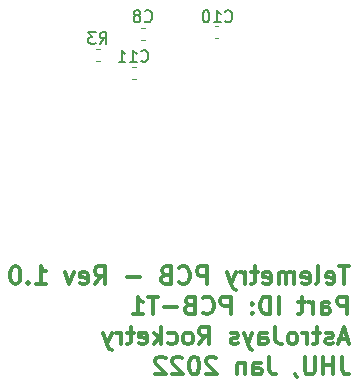
<source format=gbo>
G04 #@! TF.GenerationSoftware,KiCad,Pcbnew,(5.1.4)-1*
G04 #@! TF.CreationDate,2022-02-20T14:50:57-05:00*
G04 #@! TF.ProjectId,Telemetry PCB,54656c65-6d65-4747-9279-205043422e6b,rev?*
G04 #@! TF.SameCoordinates,Original*
G04 #@! TF.FileFunction,Legend,Bot*
G04 #@! TF.FilePolarity,Positive*
%FSLAX46Y46*%
G04 Gerber Fmt 4.6, Leading zero omitted, Abs format (unit mm)*
G04 Created by KiCad (PCBNEW (5.1.4)-1) date 2022-02-20 14:50:57*
%MOMM*%
%LPD*%
G04 APERTURE LIST*
%ADD10C,0.300000*%
%ADD11C,0.120000*%
%ADD12C,0.150000*%
%ADD13R,3.602000X1.602000*%
%ADD14C,0.100000*%
%ADD15C,0.977000*%
%ADD16O,2.102000X1.802000*%
%ADD17C,1.802000*%
%ADD18O,1.852000X1.302000*%
%ADD19C,1.302000*%
%ADD20O,1.302000X1.852000*%
%ADD21C,0.902000*%
%ADD22C,6.502000*%
G04 APERTURE END LIST*
D10*
X137752142Y-112063571D02*
X136895000Y-112063571D01*
X137323571Y-113563571D02*
X137323571Y-112063571D01*
X135823571Y-113492142D02*
X135966428Y-113563571D01*
X136252142Y-113563571D01*
X136395000Y-113492142D01*
X136466428Y-113349285D01*
X136466428Y-112777857D01*
X136395000Y-112635000D01*
X136252142Y-112563571D01*
X135966428Y-112563571D01*
X135823571Y-112635000D01*
X135752142Y-112777857D01*
X135752142Y-112920714D01*
X136466428Y-113063571D01*
X134895000Y-113563571D02*
X135037857Y-113492142D01*
X135109285Y-113349285D01*
X135109285Y-112063571D01*
X133752142Y-113492142D02*
X133895000Y-113563571D01*
X134180714Y-113563571D01*
X134323571Y-113492142D01*
X134395000Y-113349285D01*
X134395000Y-112777857D01*
X134323571Y-112635000D01*
X134180714Y-112563571D01*
X133895000Y-112563571D01*
X133752142Y-112635000D01*
X133680714Y-112777857D01*
X133680714Y-112920714D01*
X134395000Y-113063571D01*
X133037857Y-113563571D02*
X133037857Y-112563571D01*
X133037857Y-112706428D02*
X132966428Y-112635000D01*
X132823571Y-112563571D01*
X132609285Y-112563571D01*
X132466428Y-112635000D01*
X132395000Y-112777857D01*
X132395000Y-113563571D01*
X132395000Y-112777857D02*
X132323571Y-112635000D01*
X132180714Y-112563571D01*
X131966428Y-112563571D01*
X131823571Y-112635000D01*
X131752142Y-112777857D01*
X131752142Y-113563571D01*
X130466428Y-113492142D02*
X130609285Y-113563571D01*
X130895000Y-113563571D01*
X131037857Y-113492142D01*
X131109285Y-113349285D01*
X131109285Y-112777857D01*
X131037857Y-112635000D01*
X130895000Y-112563571D01*
X130609285Y-112563571D01*
X130466428Y-112635000D01*
X130395000Y-112777857D01*
X130395000Y-112920714D01*
X131109285Y-113063571D01*
X129966428Y-112563571D02*
X129395000Y-112563571D01*
X129752142Y-112063571D02*
X129752142Y-113349285D01*
X129680714Y-113492142D01*
X129537857Y-113563571D01*
X129395000Y-113563571D01*
X128895000Y-113563571D02*
X128895000Y-112563571D01*
X128895000Y-112849285D02*
X128823571Y-112706428D01*
X128752142Y-112635000D01*
X128609285Y-112563571D01*
X128466428Y-112563571D01*
X128109285Y-112563571D02*
X127752142Y-113563571D01*
X127395000Y-112563571D02*
X127752142Y-113563571D01*
X127895000Y-113920714D01*
X127966428Y-113992142D01*
X128109285Y-114063571D01*
X125680714Y-113563571D02*
X125680714Y-112063571D01*
X125109285Y-112063571D01*
X124966428Y-112135000D01*
X124895000Y-112206428D01*
X124823571Y-112349285D01*
X124823571Y-112563571D01*
X124895000Y-112706428D01*
X124966428Y-112777857D01*
X125109285Y-112849285D01*
X125680714Y-112849285D01*
X123323571Y-113420714D02*
X123395000Y-113492142D01*
X123609285Y-113563571D01*
X123752142Y-113563571D01*
X123966428Y-113492142D01*
X124109285Y-113349285D01*
X124180714Y-113206428D01*
X124252142Y-112920714D01*
X124252142Y-112706428D01*
X124180714Y-112420714D01*
X124109285Y-112277857D01*
X123966428Y-112135000D01*
X123752142Y-112063571D01*
X123609285Y-112063571D01*
X123395000Y-112135000D01*
X123323571Y-112206428D01*
X122180714Y-112777857D02*
X121966428Y-112849285D01*
X121895000Y-112920714D01*
X121823571Y-113063571D01*
X121823571Y-113277857D01*
X121895000Y-113420714D01*
X121966428Y-113492142D01*
X122109285Y-113563571D01*
X122680714Y-113563571D01*
X122680714Y-112063571D01*
X122180714Y-112063571D01*
X122037857Y-112135000D01*
X121966428Y-112206428D01*
X121895000Y-112349285D01*
X121895000Y-112492142D01*
X121966428Y-112635000D01*
X122037857Y-112706428D01*
X122180714Y-112777857D01*
X122680714Y-112777857D01*
X120037857Y-112992142D02*
X118895000Y-112992142D01*
X116180714Y-113563571D02*
X116680714Y-112849285D01*
X117037857Y-113563571D02*
X117037857Y-112063571D01*
X116466428Y-112063571D01*
X116323571Y-112135000D01*
X116252142Y-112206428D01*
X116180714Y-112349285D01*
X116180714Y-112563571D01*
X116252142Y-112706428D01*
X116323571Y-112777857D01*
X116466428Y-112849285D01*
X117037857Y-112849285D01*
X114966428Y-113492142D02*
X115109285Y-113563571D01*
X115395000Y-113563571D01*
X115537857Y-113492142D01*
X115609285Y-113349285D01*
X115609285Y-112777857D01*
X115537857Y-112635000D01*
X115395000Y-112563571D01*
X115109285Y-112563571D01*
X114966428Y-112635000D01*
X114895000Y-112777857D01*
X114895000Y-112920714D01*
X115609285Y-113063571D01*
X114395000Y-112563571D02*
X114037857Y-113563571D01*
X113680714Y-112563571D01*
X111180714Y-113563571D02*
X112037857Y-113563571D01*
X111609285Y-113563571D02*
X111609285Y-112063571D01*
X111752142Y-112277857D01*
X111895000Y-112420714D01*
X112037857Y-112492142D01*
X110537857Y-113420714D02*
X110466428Y-113492142D01*
X110537857Y-113563571D01*
X110609285Y-113492142D01*
X110537857Y-113420714D01*
X110537857Y-113563571D01*
X109537857Y-112063571D02*
X109395000Y-112063571D01*
X109252142Y-112135000D01*
X109180714Y-112206428D01*
X109109285Y-112349285D01*
X109037857Y-112635000D01*
X109037857Y-112992142D01*
X109109285Y-113277857D01*
X109180714Y-113420714D01*
X109252142Y-113492142D01*
X109395000Y-113563571D01*
X109537857Y-113563571D01*
X109680714Y-113492142D01*
X109752142Y-113420714D01*
X109823571Y-113277857D01*
X109895000Y-112992142D01*
X109895000Y-112635000D01*
X109823571Y-112349285D01*
X109752142Y-112206428D01*
X109680714Y-112135000D01*
X109537857Y-112063571D01*
X137537857Y-116113571D02*
X137537857Y-114613571D01*
X136966428Y-114613571D01*
X136823571Y-114685000D01*
X136752142Y-114756428D01*
X136680714Y-114899285D01*
X136680714Y-115113571D01*
X136752142Y-115256428D01*
X136823571Y-115327857D01*
X136966428Y-115399285D01*
X137537857Y-115399285D01*
X135395000Y-116113571D02*
X135395000Y-115327857D01*
X135466428Y-115185000D01*
X135609285Y-115113571D01*
X135895000Y-115113571D01*
X136037857Y-115185000D01*
X135395000Y-116042142D02*
X135537857Y-116113571D01*
X135895000Y-116113571D01*
X136037857Y-116042142D01*
X136109285Y-115899285D01*
X136109285Y-115756428D01*
X136037857Y-115613571D01*
X135895000Y-115542142D01*
X135537857Y-115542142D01*
X135395000Y-115470714D01*
X134680714Y-116113571D02*
X134680714Y-115113571D01*
X134680714Y-115399285D02*
X134609285Y-115256428D01*
X134537857Y-115185000D01*
X134395000Y-115113571D01*
X134252142Y-115113571D01*
X133966428Y-115113571D02*
X133395000Y-115113571D01*
X133752142Y-114613571D02*
X133752142Y-115899285D01*
X133680714Y-116042142D01*
X133537857Y-116113571D01*
X133395000Y-116113571D01*
X131752142Y-116113571D02*
X131752142Y-114613571D01*
X131037857Y-116113571D02*
X131037857Y-114613571D01*
X130680714Y-114613571D01*
X130466428Y-114685000D01*
X130323571Y-114827857D01*
X130252142Y-114970714D01*
X130180714Y-115256428D01*
X130180714Y-115470714D01*
X130252142Y-115756428D01*
X130323571Y-115899285D01*
X130466428Y-116042142D01*
X130680714Y-116113571D01*
X131037857Y-116113571D01*
X129537857Y-115970714D02*
X129466428Y-116042142D01*
X129537857Y-116113571D01*
X129609285Y-116042142D01*
X129537857Y-115970714D01*
X129537857Y-116113571D01*
X129537857Y-115185000D02*
X129466428Y-115256428D01*
X129537857Y-115327857D01*
X129609285Y-115256428D01*
X129537857Y-115185000D01*
X129537857Y-115327857D01*
X127680714Y-116113571D02*
X127680714Y-114613571D01*
X127109285Y-114613571D01*
X126966428Y-114685000D01*
X126895000Y-114756428D01*
X126823571Y-114899285D01*
X126823571Y-115113571D01*
X126895000Y-115256428D01*
X126966428Y-115327857D01*
X127109285Y-115399285D01*
X127680714Y-115399285D01*
X125323571Y-115970714D02*
X125395000Y-116042142D01*
X125609285Y-116113571D01*
X125752142Y-116113571D01*
X125966428Y-116042142D01*
X126109285Y-115899285D01*
X126180714Y-115756428D01*
X126252142Y-115470714D01*
X126252142Y-115256428D01*
X126180714Y-114970714D01*
X126109285Y-114827857D01*
X125966428Y-114685000D01*
X125752142Y-114613571D01*
X125609285Y-114613571D01*
X125395000Y-114685000D01*
X125323571Y-114756428D01*
X124180714Y-115327857D02*
X123966428Y-115399285D01*
X123895000Y-115470714D01*
X123823571Y-115613571D01*
X123823571Y-115827857D01*
X123895000Y-115970714D01*
X123966428Y-116042142D01*
X124109285Y-116113571D01*
X124680714Y-116113571D01*
X124680714Y-114613571D01*
X124180714Y-114613571D01*
X124037857Y-114685000D01*
X123966428Y-114756428D01*
X123895000Y-114899285D01*
X123895000Y-115042142D01*
X123966428Y-115185000D01*
X124037857Y-115256428D01*
X124180714Y-115327857D01*
X124680714Y-115327857D01*
X123180714Y-115542142D02*
X122037857Y-115542142D01*
X121537857Y-114613571D02*
X120680714Y-114613571D01*
X121109285Y-116113571D02*
X121109285Y-114613571D01*
X119395000Y-116113571D02*
X120252142Y-116113571D01*
X119823571Y-116113571D02*
X119823571Y-114613571D01*
X119966428Y-114827857D01*
X120109285Y-114970714D01*
X120252142Y-115042142D01*
X137609285Y-118235000D02*
X136895000Y-118235000D01*
X137752142Y-118663571D02*
X137252142Y-117163571D01*
X136752142Y-118663571D01*
X136323571Y-118592142D02*
X136180714Y-118663571D01*
X135895000Y-118663571D01*
X135752142Y-118592142D01*
X135680714Y-118449285D01*
X135680714Y-118377857D01*
X135752142Y-118235000D01*
X135895000Y-118163571D01*
X136109285Y-118163571D01*
X136252142Y-118092142D01*
X136323571Y-117949285D01*
X136323571Y-117877857D01*
X136252142Y-117735000D01*
X136109285Y-117663571D01*
X135895000Y-117663571D01*
X135752142Y-117735000D01*
X135252142Y-117663571D02*
X134680714Y-117663571D01*
X135037857Y-117163571D02*
X135037857Y-118449285D01*
X134966428Y-118592142D01*
X134823571Y-118663571D01*
X134680714Y-118663571D01*
X134180714Y-118663571D02*
X134180714Y-117663571D01*
X134180714Y-117949285D02*
X134109285Y-117806428D01*
X134037857Y-117735000D01*
X133895000Y-117663571D01*
X133752142Y-117663571D01*
X133037857Y-118663571D02*
X133180714Y-118592142D01*
X133252142Y-118520714D01*
X133323571Y-118377857D01*
X133323571Y-117949285D01*
X133252142Y-117806428D01*
X133180714Y-117735000D01*
X133037857Y-117663571D01*
X132823571Y-117663571D01*
X132680714Y-117735000D01*
X132609285Y-117806428D01*
X132537857Y-117949285D01*
X132537857Y-118377857D01*
X132609285Y-118520714D01*
X132680714Y-118592142D01*
X132823571Y-118663571D01*
X133037857Y-118663571D01*
X131466428Y-117163571D02*
X131466428Y-118235000D01*
X131537857Y-118449285D01*
X131680714Y-118592142D01*
X131895000Y-118663571D01*
X132037857Y-118663571D01*
X130109285Y-118663571D02*
X130109285Y-117877857D01*
X130180714Y-117735000D01*
X130323571Y-117663571D01*
X130609285Y-117663571D01*
X130752142Y-117735000D01*
X130109285Y-118592142D02*
X130252142Y-118663571D01*
X130609285Y-118663571D01*
X130752142Y-118592142D01*
X130823571Y-118449285D01*
X130823571Y-118306428D01*
X130752142Y-118163571D01*
X130609285Y-118092142D01*
X130252142Y-118092142D01*
X130109285Y-118020714D01*
X129537857Y-117663571D02*
X129180714Y-118663571D01*
X128823571Y-117663571D02*
X129180714Y-118663571D01*
X129323571Y-119020714D01*
X129395000Y-119092142D01*
X129537857Y-119163571D01*
X128323571Y-118592142D02*
X128180714Y-118663571D01*
X127895000Y-118663571D01*
X127752142Y-118592142D01*
X127680714Y-118449285D01*
X127680714Y-118377857D01*
X127752142Y-118235000D01*
X127895000Y-118163571D01*
X128109285Y-118163571D01*
X128252142Y-118092142D01*
X128323571Y-117949285D01*
X128323571Y-117877857D01*
X128252142Y-117735000D01*
X128109285Y-117663571D01*
X127895000Y-117663571D01*
X127752142Y-117735000D01*
X125037857Y-118663571D02*
X125537857Y-117949285D01*
X125895000Y-118663571D02*
X125895000Y-117163571D01*
X125323571Y-117163571D01*
X125180714Y-117235000D01*
X125109285Y-117306428D01*
X125037857Y-117449285D01*
X125037857Y-117663571D01*
X125109285Y-117806428D01*
X125180714Y-117877857D01*
X125323571Y-117949285D01*
X125895000Y-117949285D01*
X124180714Y-118663571D02*
X124323571Y-118592142D01*
X124395000Y-118520714D01*
X124466428Y-118377857D01*
X124466428Y-117949285D01*
X124395000Y-117806428D01*
X124323571Y-117735000D01*
X124180714Y-117663571D01*
X123966428Y-117663571D01*
X123823571Y-117735000D01*
X123752142Y-117806428D01*
X123680714Y-117949285D01*
X123680714Y-118377857D01*
X123752142Y-118520714D01*
X123823571Y-118592142D01*
X123966428Y-118663571D01*
X124180714Y-118663571D01*
X122395000Y-118592142D02*
X122537857Y-118663571D01*
X122823571Y-118663571D01*
X122966428Y-118592142D01*
X123037857Y-118520714D01*
X123109285Y-118377857D01*
X123109285Y-117949285D01*
X123037857Y-117806428D01*
X122966428Y-117735000D01*
X122823571Y-117663571D01*
X122537857Y-117663571D01*
X122395000Y-117735000D01*
X121752142Y-118663571D02*
X121752142Y-117163571D01*
X121609285Y-118092142D02*
X121180714Y-118663571D01*
X121180714Y-117663571D02*
X121752142Y-118235000D01*
X119966428Y-118592142D02*
X120109285Y-118663571D01*
X120395000Y-118663571D01*
X120537857Y-118592142D01*
X120609285Y-118449285D01*
X120609285Y-117877857D01*
X120537857Y-117735000D01*
X120395000Y-117663571D01*
X120109285Y-117663571D01*
X119966428Y-117735000D01*
X119895000Y-117877857D01*
X119895000Y-118020714D01*
X120609285Y-118163571D01*
X119466428Y-117663571D02*
X118895000Y-117663571D01*
X119252142Y-117163571D02*
X119252142Y-118449285D01*
X119180714Y-118592142D01*
X119037857Y-118663571D01*
X118895000Y-118663571D01*
X118395000Y-118663571D02*
X118395000Y-117663571D01*
X118395000Y-117949285D02*
X118323571Y-117806428D01*
X118252142Y-117735000D01*
X118109285Y-117663571D01*
X117966428Y-117663571D01*
X117609285Y-117663571D02*
X117252142Y-118663571D01*
X116895000Y-117663571D02*
X117252142Y-118663571D01*
X117395000Y-119020714D01*
X117466428Y-119092142D01*
X117609285Y-119163571D01*
X137109285Y-119713571D02*
X137109285Y-120785000D01*
X137180714Y-120999285D01*
X137323571Y-121142142D01*
X137537857Y-121213571D01*
X137680714Y-121213571D01*
X136395000Y-121213571D02*
X136395000Y-119713571D01*
X136395000Y-120427857D02*
X135537857Y-120427857D01*
X135537857Y-121213571D02*
X135537857Y-119713571D01*
X134823571Y-119713571D02*
X134823571Y-120927857D01*
X134752142Y-121070714D01*
X134680714Y-121142142D01*
X134537857Y-121213571D01*
X134252142Y-121213571D01*
X134109285Y-121142142D01*
X134037857Y-121070714D01*
X133966428Y-120927857D01*
X133966428Y-119713571D01*
X133180714Y-121142142D02*
X133180714Y-121213571D01*
X133252142Y-121356428D01*
X133323571Y-121427857D01*
X130966428Y-119713571D02*
X130966428Y-120785000D01*
X131037857Y-120999285D01*
X131180714Y-121142142D01*
X131395000Y-121213571D01*
X131537857Y-121213571D01*
X129609285Y-121213571D02*
X129609285Y-120427857D01*
X129680714Y-120285000D01*
X129823571Y-120213571D01*
X130109285Y-120213571D01*
X130252142Y-120285000D01*
X129609285Y-121142142D02*
X129752142Y-121213571D01*
X130109285Y-121213571D01*
X130252142Y-121142142D01*
X130323571Y-120999285D01*
X130323571Y-120856428D01*
X130252142Y-120713571D01*
X130109285Y-120642142D01*
X129752142Y-120642142D01*
X129609285Y-120570714D01*
X128895000Y-120213571D02*
X128895000Y-121213571D01*
X128895000Y-120356428D02*
X128823571Y-120285000D01*
X128680714Y-120213571D01*
X128466428Y-120213571D01*
X128323571Y-120285000D01*
X128252142Y-120427857D01*
X128252142Y-121213571D01*
X126466428Y-119856428D02*
X126395000Y-119785000D01*
X126252142Y-119713571D01*
X125895000Y-119713571D01*
X125752142Y-119785000D01*
X125680714Y-119856428D01*
X125609285Y-119999285D01*
X125609285Y-120142142D01*
X125680714Y-120356428D01*
X126537857Y-121213571D01*
X125609285Y-121213571D01*
X124680714Y-119713571D02*
X124537857Y-119713571D01*
X124395000Y-119785000D01*
X124323571Y-119856428D01*
X124252142Y-119999285D01*
X124180714Y-120285000D01*
X124180714Y-120642142D01*
X124252142Y-120927857D01*
X124323571Y-121070714D01*
X124395000Y-121142142D01*
X124537857Y-121213571D01*
X124680714Y-121213571D01*
X124823571Y-121142142D01*
X124895000Y-121070714D01*
X124966428Y-120927857D01*
X125037857Y-120642142D01*
X125037857Y-120285000D01*
X124966428Y-119999285D01*
X124895000Y-119856428D01*
X124823571Y-119785000D01*
X124680714Y-119713571D01*
X123609285Y-119856428D02*
X123537857Y-119785000D01*
X123395000Y-119713571D01*
X123037857Y-119713571D01*
X122895000Y-119785000D01*
X122823571Y-119856428D01*
X122752142Y-119999285D01*
X122752142Y-120142142D01*
X122823571Y-120356428D01*
X123680714Y-121213571D01*
X122752142Y-121213571D01*
X122180714Y-119856428D02*
X122109285Y-119785000D01*
X121966428Y-119713571D01*
X121609285Y-119713571D01*
X121466428Y-119785000D01*
X121395000Y-119856428D01*
X121323571Y-119999285D01*
X121323571Y-120142142D01*
X121395000Y-120356428D01*
X122252142Y-121213571D01*
X121323571Y-121213571D01*
D11*
X116595279Y-94710000D02*
X116269721Y-94710000D01*
X116595279Y-93690000D02*
X116269721Y-93690000D01*
X119645279Y-96210000D02*
X119319721Y-96210000D01*
X119645279Y-95190000D02*
X119319721Y-95190000D01*
X126324721Y-91740000D02*
X126650279Y-91740000D01*
X126324721Y-92760000D02*
X126650279Y-92760000D01*
X120425279Y-92870000D02*
X120099721Y-92870000D01*
X120425279Y-91850000D02*
X120099721Y-91850000D01*
D12*
X116599166Y-93222380D02*
X116932500Y-92746190D01*
X117170595Y-93222380D02*
X117170595Y-92222380D01*
X116789642Y-92222380D01*
X116694404Y-92270000D01*
X116646785Y-92317619D01*
X116599166Y-92412857D01*
X116599166Y-92555714D01*
X116646785Y-92650952D01*
X116694404Y-92698571D01*
X116789642Y-92746190D01*
X117170595Y-92746190D01*
X116265833Y-92222380D02*
X115646785Y-92222380D01*
X115980119Y-92603333D01*
X115837261Y-92603333D01*
X115742023Y-92650952D01*
X115694404Y-92698571D01*
X115646785Y-92793809D01*
X115646785Y-93031904D01*
X115694404Y-93127142D01*
X115742023Y-93174761D01*
X115837261Y-93222380D01*
X116122976Y-93222380D01*
X116218214Y-93174761D01*
X116265833Y-93127142D01*
X120112857Y-94667142D02*
X120160476Y-94714761D01*
X120303333Y-94762380D01*
X120398571Y-94762380D01*
X120541428Y-94714761D01*
X120636666Y-94619523D01*
X120684285Y-94524285D01*
X120731904Y-94333809D01*
X120731904Y-94190952D01*
X120684285Y-94000476D01*
X120636666Y-93905238D01*
X120541428Y-93810000D01*
X120398571Y-93762380D01*
X120303333Y-93762380D01*
X120160476Y-93810000D01*
X120112857Y-93857619D01*
X119160476Y-94762380D02*
X119731904Y-94762380D01*
X119446190Y-94762380D02*
X119446190Y-93762380D01*
X119541428Y-93905238D01*
X119636666Y-94000476D01*
X119731904Y-94048095D01*
X118208095Y-94762380D02*
X118779523Y-94762380D01*
X118493809Y-94762380D02*
X118493809Y-93762380D01*
X118589047Y-93905238D01*
X118684285Y-94000476D01*
X118779523Y-94048095D01*
X127217857Y-91297142D02*
X127265476Y-91344761D01*
X127408333Y-91392380D01*
X127503571Y-91392380D01*
X127646428Y-91344761D01*
X127741666Y-91249523D01*
X127789285Y-91154285D01*
X127836904Y-90963809D01*
X127836904Y-90820952D01*
X127789285Y-90630476D01*
X127741666Y-90535238D01*
X127646428Y-90440000D01*
X127503571Y-90392380D01*
X127408333Y-90392380D01*
X127265476Y-90440000D01*
X127217857Y-90487619D01*
X126265476Y-91392380D02*
X126836904Y-91392380D01*
X126551190Y-91392380D02*
X126551190Y-90392380D01*
X126646428Y-90535238D01*
X126741666Y-90630476D01*
X126836904Y-90678095D01*
X125646428Y-90392380D02*
X125551190Y-90392380D01*
X125455952Y-90440000D01*
X125408333Y-90487619D01*
X125360714Y-90582857D01*
X125313095Y-90773333D01*
X125313095Y-91011428D01*
X125360714Y-91201904D01*
X125408333Y-91297142D01*
X125455952Y-91344761D01*
X125551190Y-91392380D01*
X125646428Y-91392380D01*
X125741666Y-91344761D01*
X125789285Y-91297142D01*
X125836904Y-91201904D01*
X125884523Y-91011428D01*
X125884523Y-90773333D01*
X125836904Y-90582857D01*
X125789285Y-90487619D01*
X125741666Y-90440000D01*
X125646428Y-90392380D01*
X120429166Y-91287142D02*
X120476785Y-91334761D01*
X120619642Y-91382380D01*
X120714880Y-91382380D01*
X120857738Y-91334761D01*
X120952976Y-91239523D01*
X121000595Y-91144285D01*
X121048214Y-90953809D01*
X121048214Y-90810952D01*
X121000595Y-90620476D01*
X120952976Y-90525238D01*
X120857738Y-90430000D01*
X120714880Y-90382380D01*
X120619642Y-90382380D01*
X120476785Y-90430000D01*
X120429166Y-90477619D01*
X119857738Y-90810952D02*
X119952976Y-90763333D01*
X120000595Y-90715714D01*
X120048214Y-90620476D01*
X120048214Y-90572857D01*
X120000595Y-90477619D01*
X119952976Y-90430000D01*
X119857738Y-90382380D01*
X119667261Y-90382380D01*
X119572023Y-90430000D01*
X119524404Y-90477619D01*
X119476785Y-90572857D01*
X119476785Y-90620476D01*
X119524404Y-90715714D01*
X119572023Y-90763333D01*
X119667261Y-90810952D01*
X119857738Y-90810952D01*
X119952976Y-90858571D01*
X120000595Y-90906190D01*
X120048214Y-91001428D01*
X120048214Y-91191904D01*
X120000595Y-91287142D01*
X119952976Y-91334761D01*
X119857738Y-91382380D01*
X119667261Y-91382380D01*
X119572023Y-91334761D01*
X119524404Y-91287142D01*
X119476785Y-91191904D01*
X119476785Y-91001428D01*
X119524404Y-90906190D01*
X119572023Y-90858571D01*
X119667261Y-90810952D01*
%LPC*%
D13*
X109840000Y-99830000D03*
X109840000Y-94430000D03*
D14*
G36*
X115913191Y-93675176D02*
G01*
X115936901Y-93678693D01*
X115960152Y-93684517D01*
X115982720Y-93692592D01*
X116004389Y-93702841D01*
X116024948Y-93715164D01*
X116044201Y-93729442D01*
X116061961Y-93745539D01*
X116078058Y-93763299D01*
X116092336Y-93782552D01*
X116104659Y-93803111D01*
X116114908Y-93824780D01*
X116122983Y-93847348D01*
X116128807Y-93870599D01*
X116132324Y-93894309D01*
X116133500Y-93918250D01*
X116133500Y-94481750D01*
X116132324Y-94505691D01*
X116128807Y-94529401D01*
X116122983Y-94552652D01*
X116114908Y-94575220D01*
X116104659Y-94596889D01*
X116092336Y-94617448D01*
X116078058Y-94636701D01*
X116061961Y-94654461D01*
X116044201Y-94670558D01*
X116024948Y-94684836D01*
X116004389Y-94697159D01*
X115982720Y-94707408D01*
X115960152Y-94715483D01*
X115936901Y-94721307D01*
X115913191Y-94724824D01*
X115889250Y-94726000D01*
X115400750Y-94726000D01*
X115376809Y-94724824D01*
X115353099Y-94721307D01*
X115329848Y-94715483D01*
X115307280Y-94707408D01*
X115285611Y-94697159D01*
X115265052Y-94684836D01*
X115245799Y-94670558D01*
X115228039Y-94654461D01*
X115211942Y-94636701D01*
X115197664Y-94617448D01*
X115185341Y-94596889D01*
X115175092Y-94575220D01*
X115167017Y-94552652D01*
X115161193Y-94529401D01*
X115157676Y-94505691D01*
X115156500Y-94481750D01*
X115156500Y-93918250D01*
X115157676Y-93894309D01*
X115161193Y-93870599D01*
X115167017Y-93847348D01*
X115175092Y-93824780D01*
X115185341Y-93803111D01*
X115197664Y-93782552D01*
X115211942Y-93763299D01*
X115228039Y-93745539D01*
X115245799Y-93729442D01*
X115265052Y-93715164D01*
X115285611Y-93702841D01*
X115307280Y-93692592D01*
X115329848Y-93684517D01*
X115353099Y-93678693D01*
X115376809Y-93675176D01*
X115400750Y-93674000D01*
X115889250Y-93674000D01*
X115913191Y-93675176D01*
X115913191Y-93675176D01*
G37*
D15*
X115645000Y-94200000D03*
D14*
G36*
X117488191Y-93675176D02*
G01*
X117511901Y-93678693D01*
X117535152Y-93684517D01*
X117557720Y-93692592D01*
X117579389Y-93702841D01*
X117599948Y-93715164D01*
X117619201Y-93729442D01*
X117636961Y-93745539D01*
X117653058Y-93763299D01*
X117667336Y-93782552D01*
X117679659Y-93803111D01*
X117689908Y-93824780D01*
X117697983Y-93847348D01*
X117703807Y-93870599D01*
X117707324Y-93894309D01*
X117708500Y-93918250D01*
X117708500Y-94481750D01*
X117707324Y-94505691D01*
X117703807Y-94529401D01*
X117697983Y-94552652D01*
X117689908Y-94575220D01*
X117679659Y-94596889D01*
X117667336Y-94617448D01*
X117653058Y-94636701D01*
X117636961Y-94654461D01*
X117619201Y-94670558D01*
X117599948Y-94684836D01*
X117579389Y-94697159D01*
X117557720Y-94707408D01*
X117535152Y-94715483D01*
X117511901Y-94721307D01*
X117488191Y-94724824D01*
X117464250Y-94726000D01*
X116975750Y-94726000D01*
X116951809Y-94724824D01*
X116928099Y-94721307D01*
X116904848Y-94715483D01*
X116882280Y-94707408D01*
X116860611Y-94697159D01*
X116840052Y-94684836D01*
X116820799Y-94670558D01*
X116803039Y-94654461D01*
X116786942Y-94636701D01*
X116772664Y-94617448D01*
X116760341Y-94596889D01*
X116750092Y-94575220D01*
X116742017Y-94552652D01*
X116736193Y-94529401D01*
X116732676Y-94505691D01*
X116731500Y-94481750D01*
X116731500Y-93918250D01*
X116732676Y-93894309D01*
X116736193Y-93870599D01*
X116742017Y-93847348D01*
X116750092Y-93824780D01*
X116760341Y-93803111D01*
X116772664Y-93782552D01*
X116786942Y-93763299D01*
X116803039Y-93745539D01*
X116820799Y-93729442D01*
X116840052Y-93715164D01*
X116860611Y-93702841D01*
X116882280Y-93692592D01*
X116904848Y-93684517D01*
X116928099Y-93678693D01*
X116951809Y-93675176D01*
X116975750Y-93674000D01*
X117464250Y-93674000D01*
X117488191Y-93675176D01*
X117488191Y-93675176D01*
G37*
D15*
X117220000Y-94200000D03*
D16*
X113940000Y-108630000D03*
D14*
G36*
X114751975Y-105230276D02*
G01*
X114777699Y-105234092D01*
X114802925Y-105240411D01*
X114827411Y-105249172D01*
X114850920Y-105260291D01*
X114873226Y-105273661D01*
X114894114Y-105289152D01*
X114913383Y-105306617D01*
X114930848Y-105325886D01*
X114946339Y-105346774D01*
X114959709Y-105369080D01*
X114970828Y-105392589D01*
X114979589Y-105417075D01*
X114985908Y-105442301D01*
X114989724Y-105468025D01*
X114991000Y-105494000D01*
X114991000Y-106766000D01*
X114989724Y-106791975D01*
X114985908Y-106817699D01*
X114979589Y-106842925D01*
X114970828Y-106867411D01*
X114959709Y-106890920D01*
X114946339Y-106913226D01*
X114930848Y-106934114D01*
X114913383Y-106953383D01*
X114894114Y-106970848D01*
X114873226Y-106986339D01*
X114850920Y-106999709D01*
X114827411Y-107010828D01*
X114802925Y-107019589D01*
X114777699Y-107025908D01*
X114751975Y-107029724D01*
X114726000Y-107031000D01*
X113154000Y-107031000D01*
X113128025Y-107029724D01*
X113102301Y-107025908D01*
X113077075Y-107019589D01*
X113052589Y-107010828D01*
X113029080Y-106999709D01*
X113006774Y-106986339D01*
X112985886Y-106970848D01*
X112966617Y-106953383D01*
X112949152Y-106934114D01*
X112933661Y-106913226D01*
X112920291Y-106890920D01*
X112909172Y-106867411D01*
X112900411Y-106842925D01*
X112894092Y-106817699D01*
X112890276Y-106791975D01*
X112889000Y-106766000D01*
X112889000Y-105494000D01*
X112890276Y-105468025D01*
X112894092Y-105442301D01*
X112900411Y-105417075D01*
X112909172Y-105392589D01*
X112920291Y-105369080D01*
X112933661Y-105346774D01*
X112949152Y-105325886D01*
X112966617Y-105306617D01*
X112985886Y-105289152D01*
X113006774Y-105273661D01*
X113029080Y-105260291D01*
X113052589Y-105249172D01*
X113077075Y-105240411D01*
X113102301Y-105234092D01*
X113128025Y-105230276D01*
X113154000Y-105229000D01*
X114726000Y-105229000D01*
X114751975Y-105230276D01*
X114751975Y-105230276D01*
G37*
D17*
X113940000Y-106130000D03*
D16*
X113930000Y-117160000D03*
D14*
G36*
X114741975Y-113760276D02*
G01*
X114767699Y-113764092D01*
X114792925Y-113770411D01*
X114817411Y-113779172D01*
X114840920Y-113790291D01*
X114863226Y-113803661D01*
X114884114Y-113819152D01*
X114903383Y-113836617D01*
X114920848Y-113855886D01*
X114936339Y-113876774D01*
X114949709Y-113899080D01*
X114960828Y-113922589D01*
X114969589Y-113947075D01*
X114975908Y-113972301D01*
X114979724Y-113998025D01*
X114981000Y-114024000D01*
X114981000Y-115296000D01*
X114979724Y-115321975D01*
X114975908Y-115347699D01*
X114969589Y-115372925D01*
X114960828Y-115397411D01*
X114949709Y-115420920D01*
X114936339Y-115443226D01*
X114920848Y-115464114D01*
X114903383Y-115483383D01*
X114884114Y-115500848D01*
X114863226Y-115516339D01*
X114840920Y-115529709D01*
X114817411Y-115540828D01*
X114792925Y-115549589D01*
X114767699Y-115555908D01*
X114741975Y-115559724D01*
X114716000Y-115561000D01*
X113144000Y-115561000D01*
X113118025Y-115559724D01*
X113092301Y-115555908D01*
X113067075Y-115549589D01*
X113042589Y-115540828D01*
X113019080Y-115529709D01*
X112996774Y-115516339D01*
X112975886Y-115500848D01*
X112956617Y-115483383D01*
X112939152Y-115464114D01*
X112923661Y-115443226D01*
X112910291Y-115420920D01*
X112899172Y-115397411D01*
X112890411Y-115372925D01*
X112884092Y-115347699D01*
X112880276Y-115321975D01*
X112879000Y-115296000D01*
X112879000Y-114024000D01*
X112880276Y-113998025D01*
X112884092Y-113972301D01*
X112890411Y-113947075D01*
X112899172Y-113922589D01*
X112910291Y-113899080D01*
X112923661Y-113876774D01*
X112939152Y-113855886D01*
X112956617Y-113836617D01*
X112975886Y-113819152D01*
X112996774Y-113803661D01*
X113019080Y-113790291D01*
X113042589Y-113779172D01*
X113067075Y-113770411D01*
X113092301Y-113764092D01*
X113118025Y-113760276D01*
X113144000Y-113759000D01*
X114716000Y-113759000D01*
X114741975Y-113760276D01*
X114741975Y-113760276D01*
G37*
D17*
X113930000Y-114660000D03*
D18*
X136040000Y-105210000D03*
X136040000Y-107210000D03*
X136040000Y-109210000D03*
D14*
G36*
X136721338Y-110560306D02*
G01*
X136747669Y-110564212D01*
X136773490Y-110570680D01*
X136798553Y-110579648D01*
X136822617Y-110591029D01*
X136845449Y-110604714D01*
X136866830Y-110620571D01*
X136886553Y-110638447D01*
X136904429Y-110658170D01*
X136920286Y-110679551D01*
X136933971Y-110702383D01*
X136945352Y-110726447D01*
X136954320Y-110751510D01*
X136960788Y-110777331D01*
X136964694Y-110803662D01*
X136966000Y-110830249D01*
X136966000Y-111589751D01*
X136964694Y-111616338D01*
X136960788Y-111642669D01*
X136954320Y-111668490D01*
X136945352Y-111693553D01*
X136933971Y-111717617D01*
X136920286Y-111740449D01*
X136904429Y-111761830D01*
X136886553Y-111781553D01*
X136866830Y-111799429D01*
X136845449Y-111815286D01*
X136822617Y-111828971D01*
X136798553Y-111840352D01*
X136773490Y-111849320D01*
X136747669Y-111855788D01*
X136721338Y-111859694D01*
X136694751Y-111861000D01*
X135385249Y-111861000D01*
X135358662Y-111859694D01*
X135332331Y-111855788D01*
X135306510Y-111849320D01*
X135281447Y-111840352D01*
X135257383Y-111828971D01*
X135234551Y-111815286D01*
X135213170Y-111799429D01*
X135193447Y-111781553D01*
X135175571Y-111761830D01*
X135159714Y-111740449D01*
X135146029Y-111717617D01*
X135134648Y-111693553D01*
X135125680Y-111668490D01*
X135119212Y-111642669D01*
X135115306Y-111616338D01*
X135114000Y-111589751D01*
X135114000Y-110830249D01*
X135115306Y-110803662D01*
X135119212Y-110777331D01*
X135125680Y-110751510D01*
X135134648Y-110726447D01*
X135146029Y-110702383D01*
X135159714Y-110679551D01*
X135175571Y-110658170D01*
X135193447Y-110638447D01*
X135213170Y-110620571D01*
X135234551Y-110604714D01*
X135257383Y-110591029D01*
X135281447Y-110579648D01*
X135306510Y-110570680D01*
X135332331Y-110564212D01*
X135358662Y-110560306D01*
X135385249Y-110559000D01*
X136694751Y-110559000D01*
X136721338Y-110560306D01*
X136721338Y-110560306D01*
G37*
D19*
X136040000Y-111210000D03*
D18*
X136050000Y-92120000D03*
X136050000Y-94120000D03*
X136050000Y-96120000D03*
X136050000Y-98120000D03*
D14*
G36*
X136731338Y-99470306D02*
G01*
X136757669Y-99474212D01*
X136783490Y-99480680D01*
X136808553Y-99489648D01*
X136832617Y-99501029D01*
X136855449Y-99514714D01*
X136876830Y-99530571D01*
X136896553Y-99548447D01*
X136914429Y-99568170D01*
X136930286Y-99589551D01*
X136943971Y-99612383D01*
X136955352Y-99636447D01*
X136964320Y-99661510D01*
X136970788Y-99687331D01*
X136974694Y-99713662D01*
X136976000Y-99740249D01*
X136976000Y-100499751D01*
X136974694Y-100526338D01*
X136970788Y-100552669D01*
X136964320Y-100578490D01*
X136955352Y-100603553D01*
X136943971Y-100627617D01*
X136930286Y-100650449D01*
X136914429Y-100671830D01*
X136896553Y-100691553D01*
X136876830Y-100709429D01*
X136855449Y-100725286D01*
X136832617Y-100738971D01*
X136808553Y-100750352D01*
X136783490Y-100759320D01*
X136757669Y-100765788D01*
X136731338Y-100769694D01*
X136704751Y-100771000D01*
X135395249Y-100771000D01*
X135368662Y-100769694D01*
X135342331Y-100765788D01*
X135316510Y-100759320D01*
X135291447Y-100750352D01*
X135267383Y-100738971D01*
X135244551Y-100725286D01*
X135223170Y-100709429D01*
X135203447Y-100691553D01*
X135185571Y-100671830D01*
X135169714Y-100650449D01*
X135156029Y-100627617D01*
X135144648Y-100603553D01*
X135135680Y-100578490D01*
X135129212Y-100552669D01*
X135125306Y-100526338D01*
X135124000Y-100499751D01*
X135124000Y-99740249D01*
X135125306Y-99713662D01*
X135129212Y-99687331D01*
X135135680Y-99661510D01*
X135144648Y-99636447D01*
X135156029Y-99612383D01*
X135169714Y-99589551D01*
X135185571Y-99568170D01*
X135203447Y-99548447D01*
X135223170Y-99530571D01*
X135244551Y-99514714D01*
X135267383Y-99501029D01*
X135291447Y-99489648D01*
X135316510Y-99480680D01*
X135342331Y-99474212D01*
X135368662Y-99470306D01*
X135395249Y-99469000D01*
X136704751Y-99469000D01*
X136731338Y-99470306D01*
X136731338Y-99470306D01*
G37*
D19*
X136050000Y-100120000D03*
D20*
X119200000Y-85250000D03*
D14*
G36*
X121606338Y-84325306D02*
G01*
X121632669Y-84329212D01*
X121658490Y-84335680D01*
X121683553Y-84344648D01*
X121707617Y-84356029D01*
X121730449Y-84369714D01*
X121751830Y-84385571D01*
X121771553Y-84403447D01*
X121789429Y-84423170D01*
X121805286Y-84444551D01*
X121818971Y-84467383D01*
X121830352Y-84491447D01*
X121839320Y-84516510D01*
X121845788Y-84542331D01*
X121849694Y-84568662D01*
X121851000Y-84595249D01*
X121851000Y-85904751D01*
X121849694Y-85931338D01*
X121845788Y-85957669D01*
X121839320Y-85983490D01*
X121830352Y-86008553D01*
X121818971Y-86032617D01*
X121805286Y-86055449D01*
X121789429Y-86076830D01*
X121771553Y-86096553D01*
X121751830Y-86114429D01*
X121730449Y-86130286D01*
X121707617Y-86143971D01*
X121683553Y-86155352D01*
X121658490Y-86164320D01*
X121632669Y-86170788D01*
X121606338Y-86174694D01*
X121579751Y-86176000D01*
X120820249Y-86176000D01*
X120793662Y-86174694D01*
X120767331Y-86170788D01*
X120741510Y-86164320D01*
X120716447Y-86155352D01*
X120692383Y-86143971D01*
X120669551Y-86130286D01*
X120648170Y-86114429D01*
X120628447Y-86096553D01*
X120610571Y-86076830D01*
X120594714Y-86055449D01*
X120581029Y-86032617D01*
X120569648Y-86008553D01*
X120560680Y-85983490D01*
X120554212Y-85957669D01*
X120550306Y-85931338D01*
X120549000Y-85904751D01*
X120549000Y-84595249D01*
X120550306Y-84568662D01*
X120554212Y-84542331D01*
X120560680Y-84516510D01*
X120569648Y-84491447D01*
X120581029Y-84467383D01*
X120594714Y-84444551D01*
X120610571Y-84423170D01*
X120628447Y-84403447D01*
X120648170Y-84385571D01*
X120669551Y-84369714D01*
X120692383Y-84356029D01*
X120716447Y-84344648D01*
X120741510Y-84335680D01*
X120767331Y-84329212D01*
X120793662Y-84325306D01*
X120820249Y-84324000D01*
X121579751Y-84324000D01*
X121606338Y-84325306D01*
X121606338Y-84325306D01*
G37*
D19*
X121200000Y-85250000D03*
D21*
X139697056Y-123802944D03*
X138000000Y-123100000D03*
X136302944Y-123802944D03*
X135600000Y-125500000D03*
X136302944Y-127197056D03*
X138000000Y-127900000D03*
X139697056Y-127197056D03*
X140400000Y-125500000D03*
D22*
X138000000Y-125500000D03*
D21*
X113447056Y-123802944D03*
X111750000Y-123100000D03*
X110052944Y-123802944D03*
X109350000Y-125500000D03*
X110052944Y-127197056D03*
X111750000Y-127900000D03*
X113447056Y-127197056D03*
X114150000Y-125500000D03*
D22*
X111750000Y-125500000D03*
D21*
X139697056Y-82302944D03*
X138000000Y-81600000D03*
X136302944Y-82302944D03*
X135600000Y-84000000D03*
X136302944Y-85697056D03*
X138000000Y-86400000D03*
X139697056Y-85697056D03*
X140400000Y-84000000D03*
D22*
X138000000Y-84000000D03*
D21*
X113447056Y-82302944D03*
X111750000Y-81600000D03*
X110052944Y-82302944D03*
X109350000Y-84000000D03*
X110052944Y-85697056D03*
X111750000Y-86400000D03*
X113447056Y-85697056D03*
X114150000Y-84000000D03*
D22*
X111750000Y-84000000D03*
D14*
G36*
X118963191Y-95175176D02*
G01*
X118986901Y-95178693D01*
X119010152Y-95184517D01*
X119032720Y-95192592D01*
X119054389Y-95202841D01*
X119074948Y-95215164D01*
X119094201Y-95229442D01*
X119111961Y-95245539D01*
X119128058Y-95263299D01*
X119142336Y-95282552D01*
X119154659Y-95303111D01*
X119164908Y-95324780D01*
X119172983Y-95347348D01*
X119178807Y-95370599D01*
X119182324Y-95394309D01*
X119183500Y-95418250D01*
X119183500Y-95981750D01*
X119182324Y-96005691D01*
X119178807Y-96029401D01*
X119172983Y-96052652D01*
X119164908Y-96075220D01*
X119154659Y-96096889D01*
X119142336Y-96117448D01*
X119128058Y-96136701D01*
X119111961Y-96154461D01*
X119094201Y-96170558D01*
X119074948Y-96184836D01*
X119054389Y-96197159D01*
X119032720Y-96207408D01*
X119010152Y-96215483D01*
X118986901Y-96221307D01*
X118963191Y-96224824D01*
X118939250Y-96226000D01*
X118450750Y-96226000D01*
X118426809Y-96224824D01*
X118403099Y-96221307D01*
X118379848Y-96215483D01*
X118357280Y-96207408D01*
X118335611Y-96197159D01*
X118315052Y-96184836D01*
X118295799Y-96170558D01*
X118278039Y-96154461D01*
X118261942Y-96136701D01*
X118247664Y-96117448D01*
X118235341Y-96096889D01*
X118225092Y-96075220D01*
X118217017Y-96052652D01*
X118211193Y-96029401D01*
X118207676Y-96005691D01*
X118206500Y-95981750D01*
X118206500Y-95418250D01*
X118207676Y-95394309D01*
X118211193Y-95370599D01*
X118217017Y-95347348D01*
X118225092Y-95324780D01*
X118235341Y-95303111D01*
X118247664Y-95282552D01*
X118261942Y-95263299D01*
X118278039Y-95245539D01*
X118295799Y-95229442D01*
X118315052Y-95215164D01*
X118335611Y-95202841D01*
X118357280Y-95192592D01*
X118379848Y-95184517D01*
X118403099Y-95178693D01*
X118426809Y-95175176D01*
X118450750Y-95174000D01*
X118939250Y-95174000D01*
X118963191Y-95175176D01*
X118963191Y-95175176D01*
G37*
D15*
X118695000Y-95700000D03*
D14*
G36*
X120538191Y-95175176D02*
G01*
X120561901Y-95178693D01*
X120585152Y-95184517D01*
X120607720Y-95192592D01*
X120629389Y-95202841D01*
X120649948Y-95215164D01*
X120669201Y-95229442D01*
X120686961Y-95245539D01*
X120703058Y-95263299D01*
X120717336Y-95282552D01*
X120729659Y-95303111D01*
X120739908Y-95324780D01*
X120747983Y-95347348D01*
X120753807Y-95370599D01*
X120757324Y-95394309D01*
X120758500Y-95418250D01*
X120758500Y-95981750D01*
X120757324Y-96005691D01*
X120753807Y-96029401D01*
X120747983Y-96052652D01*
X120739908Y-96075220D01*
X120729659Y-96096889D01*
X120717336Y-96117448D01*
X120703058Y-96136701D01*
X120686961Y-96154461D01*
X120669201Y-96170558D01*
X120649948Y-96184836D01*
X120629389Y-96197159D01*
X120607720Y-96207408D01*
X120585152Y-96215483D01*
X120561901Y-96221307D01*
X120538191Y-96224824D01*
X120514250Y-96226000D01*
X120025750Y-96226000D01*
X120001809Y-96224824D01*
X119978099Y-96221307D01*
X119954848Y-96215483D01*
X119932280Y-96207408D01*
X119910611Y-96197159D01*
X119890052Y-96184836D01*
X119870799Y-96170558D01*
X119853039Y-96154461D01*
X119836942Y-96136701D01*
X119822664Y-96117448D01*
X119810341Y-96096889D01*
X119800092Y-96075220D01*
X119792017Y-96052652D01*
X119786193Y-96029401D01*
X119782676Y-96005691D01*
X119781500Y-95981750D01*
X119781500Y-95418250D01*
X119782676Y-95394309D01*
X119786193Y-95370599D01*
X119792017Y-95347348D01*
X119800092Y-95324780D01*
X119810341Y-95303111D01*
X119822664Y-95282552D01*
X119836942Y-95263299D01*
X119853039Y-95245539D01*
X119870799Y-95229442D01*
X119890052Y-95215164D01*
X119910611Y-95202841D01*
X119932280Y-95192592D01*
X119954848Y-95184517D01*
X119978099Y-95178693D01*
X120001809Y-95175176D01*
X120025750Y-95174000D01*
X120514250Y-95174000D01*
X120538191Y-95175176D01*
X120538191Y-95175176D01*
G37*
D15*
X120270000Y-95700000D03*
D14*
G36*
X127543191Y-91725176D02*
G01*
X127566901Y-91728693D01*
X127590152Y-91734517D01*
X127612720Y-91742592D01*
X127634389Y-91752841D01*
X127654948Y-91765164D01*
X127674201Y-91779442D01*
X127691961Y-91795539D01*
X127708058Y-91813299D01*
X127722336Y-91832552D01*
X127734659Y-91853111D01*
X127744908Y-91874780D01*
X127752983Y-91897348D01*
X127758807Y-91920599D01*
X127762324Y-91944309D01*
X127763500Y-91968250D01*
X127763500Y-92531750D01*
X127762324Y-92555691D01*
X127758807Y-92579401D01*
X127752983Y-92602652D01*
X127744908Y-92625220D01*
X127734659Y-92646889D01*
X127722336Y-92667448D01*
X127708058Y-92686701D01*
X127691961Y-92704461D01*
X127674201Y-92720558D01*
X127654948Y-92734836D01*
X127634389Y-92747159D01*
X127612720Y-92757408D01*
X127590152Y-92765483D01*
X127566901Y-92771307D01*
X127543191Y-92774824D01*
X127519250Y-92776000D01*
X127030750Y-92776000D01*
X127006809Y-92774824D01*
X126983099Y-92771307D01*
X126959848Y-92765483D01*
X126937280Y-92757408D01*
X126915611Y-92747159D01*
X126895052Y-92734836D01*
X126875799Y-92720558D01*
X126858039Y-92704461D01*
X126841942Y-92686701D01*
X126827664Y-92667448D01*
X126815341Y-92646889D01*
X126805092Y-92625220D01*
X126797017Y-92602652D01*
X126791193Y-92579401D01*
X126787676Y-92555691D01*
X126786500Y-92531750D01*
X126786500Y-91968250D01*
X126787676Y-91944309D01*
X126791193Y-91920599D01*
X126797017Y-91897348D01*
X126805092Y-91874780D01*
X126815341Y-91853111D01*
X126827664Y-91832552D01*
X126841942Y-91813299D01*
X126858039Y-91795539D01*
X126875799Y-91779442D01*
X126895052Y-91765164D01*
X126915611Y-91752841D01*
X126937280Y-91742592D01*
X126959848Y-91734517D01*
X126983099Y-91728693D01*
X127006809Y-91725176D01*
X127030750Y-91724000D01*
X127519250Y-91724000D01*
X127543191Y-91725176D01*
X127543191Y-91725176D01*
G37*
D15*
X127275000Y-92250000D03*
D14*
G36*
X125968191Y-91725176D02*
G01*
X125991901Y-91728693D01*
X126015152Y-91734517D01*
X126037720Y-91742592D01*
X126059389Y-91752841D01*
X126079948Y-91765164D01*
X126099201Y-91779442D01*
X126116961Y-91795539D01*
X126133058Y-91813299D01*
X126147336Y-91832552D01*
X126159659Y-91853111D01*
X126169908Y-91874780D01*
X126177983Y-91897348D01*
X126183807Y-91920599D01*
X126187324Y-91944309D01*
X126188500Y-91968250D01*
X126188500Y-92531750D01*
X126187324Y-92555691D01*
X126183807Y-92579401D01*
X126177983Y-92602652D01*
X126169908Y-92625220D01*
X126159659Y-92646889D01*
X126147336Y-92667448D01*
X126133058Y-92686701D01*
X126116961Y-92704461D01*
X126099201Y-92720558D01*
X126079948Y-92734836D01*
X126059389Y-92747159D01*
X126037720Y-92757408D01*
X126015152Y-92765483D01*
X125991901Y-92771307D01*
X125968191Y-92774824D01*
X125944250Y-92776000D01*
X125455750Y-92776000D01*
X125431809Y-92774824D01*
X125408099Y-92771307D01*
X125384848Y-92765483D01*
X125362280Y-92757408D01*
X125340611Y-92747159D01*
X125320052Y-92734836D01*
X125300799Y-92720558D01*
X125283039Y-92704461D01*
X125266942Y-92686701D01*
X125252664Y-92667448D01*
X125240341Y-92646889D01*
X125230092Y-92625220D01*
X125222017Y-92602652D01*
X125216193Y-92579401D01*
X125212676Y-92555691D01*
X125211500Y-92531750D01*
X125211500Y-91968250D01*
X125212676Y-91944309D01*
X125216193Y-91920599D01*
X125222017Y-91897348D01*
X125230092Y-91874780D01*
X125240341Y-91853111D01*
X125252664Y-91832552D01*
X125266942Y-91813299D01*
X125283039Y-91795539D01*
X125300799Y-91779442D01*
X125320052Y-91765164D01*
X125340611Y-91752841D01*
X125362280Y-91742592D01*
X125384848Y-91734517D01*
X125408099Y-91728693D01*
X125431809Y-91725176D01*
X125455750Y-91724000D01*
X125944250Y-91724000D01*
X125968191Y-91725176D01*
X125968191Y-91725176D01*
G37*
D15*
X125700000Y-92250000D03*
D14*
G36*
X119743191Y-91835176D02*
G01*
X119766901Y-91838693D01*
X119790152Y-91844517D01*
X119812720Y-91852592D01*
X119834389Y-91862841D01*
X119854948Y-91875164D01*
X119874201Y-91889442D01*
X119891961Y-91905539D01*
X119908058Y-91923299D01*
X119922336Y-91942552D01*
X119934659Y-91963111D01*
X119944908Y-91984780D01*
X119952983Y-92007348D01*
X119958807Y-92030599D01*
X119962324Y-92054309D01*
X119963500Y-92078250D01*
X119963500Y-92641750D01*
X119962324Y-92665691D01*
X119958807Y-92689401D01*
X119952983Y-92712652D01*
X119944908Y-92735220D01*
X119934659Y-92756889D01*
X119922336Y-92777448D01*
X119908058Y-92796701D01*
X119891961Y-92814461D01*
X119874201Y-92830558D01*
X119854948Y-92844836D01*
X119834389Y-92857159D01*
X119812720Y-92867408D01*
X119790152Y-92875483D01*
X119766901Y-92881307D01*
X119743191Y-92884824D01*
X119719250Y-92886000D01*
X119230750Y-92886000D01*
X119206809Y-92884824D01*
X119183099Y-92881307D01*
X119159848Y-92875483D01*
X119137280Y-92867408D01*
X119115611Y-92857159D01*
X119095052Y-92844836D01*
X119075799Y-92830558D01*
X119058039Y-92814461D01*
X119041942Y-92796701D01*
X119027664Y-92777448D01*
X119015341Y-92756889D01*
X119005092Y-92735220D01*
X118997017Y-92712652D01*
X118991193Y-92689401D01*
X118987676Y-92665691D01*
X118986500Y-92641750D01*
X118986500Y-92078250D01*
X118987676Y-92054309D01*
X118991193Y-92030599D01*
X118997017Y-92007348D01*
X119005092Y-91984780D01*
X119015341Y-91963111D01*
X119027664Y-91942552D01*
X119041942Y-91923299D01*
X119058039Y-91905539D01*
X119075799Y-91889442D01*
X119095052Y-91875164D01*
X119115611Y-91862841D01*
X119137280Y-91852592D01*
X119159848Y-91844517D01*
X119183099Y-91838693D01*
X119206809Y-91835176D01*
X119230750Y-91834000D01*
X119719250Y-91834000D01*
X119743191Y-91835176D01*
X119743191Y-91835176D01*
G37*
D15*
X119475000Y-92360000D03*
D14*
G36*
X121318191Y-91835176D02*
G01*
X121341901Y-91838693D01*
X121365152Y-91844517D01*
X121387720Y-91852592D01*
X121409389Y-91862841D01*
X121429948Y-91875164D01*
X121449201Y-91889442D01*
X121466961Y-91905539D01*
X121483058Y-91923299D01*
X121497336Y-91942552D01*
X121509659Y-91963111D01*
X121519908Y-91984780D01*
X121527983Y-92007348D01*
X121533807Y-92030599D01*
X121537324Y-92054309D01*
X121538500Y-92078250D01*
X121538500Y-92641750D01*
X121537324Y-92665691D01*
X121533807Y-92689401D01*
X121527983Y-92712652D01*
X121519908Y-92735220D01*
X121509659Y-92756889D01*
X121497336Y-92777448D01*
X121483058Y-92796701D01*
X121466961Y-92814461D01*
X121449201Y-92830558D01*
X121429948Y-92844836D01*
X121409389Y-92857159D01*
X121387720Y-92867408D01*
X121365152Y-92875483D01*
X121341901Y-92881307D01*
X121318191Y-92884824D01*
X121294250Y-92886000D01*
X120805750Y-92886000D01*
X120781809Y-92884824D01*
X120758099Y-92881307D01*
X120734848Y-92875483D01*
X120712280Y-92867408D01*
X120690611Y-92857159D01*
X120670052Y-92844836D01*
X120650799Y-92830558D01*
X120633039Y-92814461D01*
X120616942Y-92796701D01*
X120602664Y-92777448D01*
X120590341Y-92756889D01*
X120580092Y-92735220D01*
X120572017Y-92712652D01*
X120566193Y-92689401D01*
X120562676Y-92665691D01*
X120561500Y-92641750D01*
X120561500Y-92078250D01*
X120562676Y-92054309D01*
X120566193Y-92030599D01*
X120572017Y-92007348D01*
X120580092Y-91984780D01*
X120590341Y-91963111D01*
X120602664Y-91942552D01*
X120616942Y-91923299D01*
X120633039Y-91905539D01*
X120650799Y-91889442D01*
X120670052Y-91875164D01*
X120690611Y-91862841D01*
X120712280Y-91852592D01*
X120734848Y-91844517D01*
X120758099Y-91838693D01*
X120781809Y-91835176D01*
X120805750Y-91834000D01*
X121294250Y-91834000D01*
X121318191Y-91835176D01*
X121318191Y-91835176D01*
G37*
D15*
X121050000Y-92360000D03*
M02*

</source>
